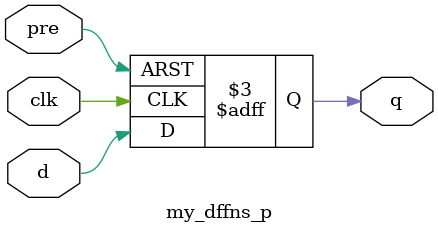
<source format=v>
module my_dffns_p (
    input d,
    clk,
    pre,
    output reg q
);
  initial q <= 1'b0;
  always @(negedge clk or posedge pre)
    if (pre) q <= 1'b1;
    else q <= d;
endmodule
</source>
